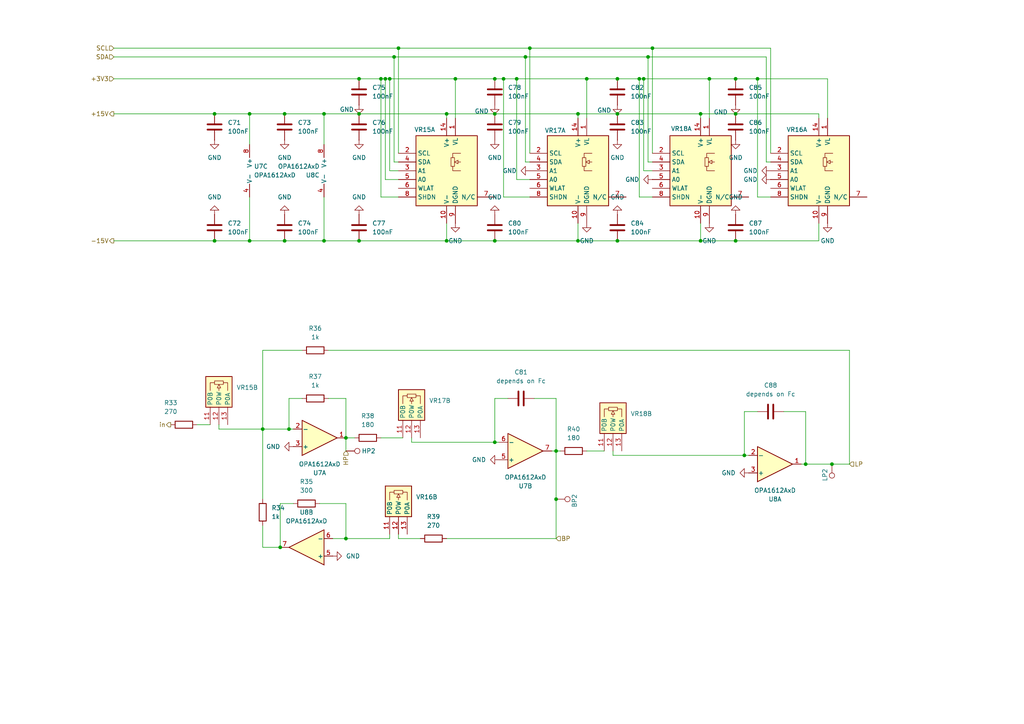
<source format=kicad_sch>
(kicad_sch (version 20250114) (generator "eeschema") (generator_version "9.0")
  (paper "A4")
  (junction (at 149.86 22.86))
  (junction (at 104.14 33.02))
  (junction (at 219.71 22.86))
  (junction (at 110.49 22.86))
  (junction (at 72.39 69.85))
  (junction (at 203.2 69.85))
  (junction (at 189.23 13.97))
  (junction (at 72.39 33.02))
  (junction (at 179.07 22.86))
  (junction (at 76.2 124.46))
  (junction (at 83.82 124.46))
  (junction (at 233.68 134.62))
  (junction (at 161.29 130.81))
  (junction (at 143.51 22.86))
  (junction (at 82.55 69.85))
  (junction (at 186.69 22.86))
  (junction (at 100.33 127))
  (junction (at 161.29 144.78))
  (junction (at 143.51 69.85))
  (junction (at 62.23 33.02))
  (junction (at 82.55 33.02))
  (junction (at 143.51 128.27))
  (junction (at 213.36 22.86))
  (junction (at 111.76 22.86))
  (junction (at 132.08 22.86))
  (junction (at 179.07 33.02))
  (junction (at 62.23 69.85))
  (junction (at 153.67 13.97))
  (junction (at 146.05 22.86))
  (junction (at 170.18 22.86))
  (junction (at 104.14 22.86))
  (junction (at 113.03 22.86))
  (junction (at 213.36 33.02))
  (junction (at 167.64 69.85))
  (junction (at 81.28 158.75))
  (junction (at 115.57 13.97))
  (junction (at 179.07 69.85))
  (junction (at 100.33 156.21))
  (junction (at 241.3 134.62))
  (junction (at 93.98 33.02))
  (junction (at 167.64 33.02))
  (junction (at 129.54 33.02))
  (junction (at 215.9 132.08))
  (junction (at 143.51 33.02))
  (junction (at 104.14 69.85))
  (junction (at 93.98 69.85))
  (junction (at 187.96 16.51))
  (junction (at 152.4 16.51))
  (junction (at 213.36 69.85))
  (junction (at 205.74 22.86))
  (junction (at 129.54 69.85))
  (junction (at 185.42 22.86))
  (junction (at 203.2 33.02))
  (junction (at 114.3 16.51))
  (wire (pts (xy 240.03 22.86) (xy 240.03 34.29)))
  (wire (pts (xy 143.51 22.86) (xy 146.05 22.86)))
  (wire (pts (xy 76.2 124.46) (xy 76.2 144.78)))
  (wire (pts (xy 72.39 33.02) (xy 72.39 41.91)))
  (wire (pts (xy 72.39 57.15) (xy 72.39 69.85)))
  (wire (pts (xy 81.28 146.05) (xy 85.09 146.05)))
  (wire (pts (xy 153.67 52.07) (xy 149.86 52.07)))
  (wire (pts (xy 177.8 132.08) (xy 215.9 132.08)))
  (wire (pts (xy 113.03 49.53) (xy 113.03 22.86)))
  (wire (pts (xy 129.54 33.02) (xy 104.14 33.02)))
  (wire (pts (xy 233.68 134.62) (xy 233.68 119.38)))
  (wire (pts (xy 143.51 33.02) (xy 129.54 33.02)))
  (wire (pts (xy 104.14 69.85) (xy 129.54 69.85)))
  (wire (pts (xy 110.49 57.15) (xy 110.49 22.86)))
  (wire (pts (xy 219.71 22.86) (xy 240.03 22.86)))
  (wire (pts (xy 189.23 49.53) (xy 186.69 49.53)))
  (wire (pts (xy 100.33 127) (xy 100.33 130.81)))
  (wire (pts (xy 189.23 46.99) (xy 187.96 46.99)))
  (wire (pts (xy 93.98 69.85) (xy 104.14 69.85)))
  (wire (pts (xy 219.71 119.38) (xy 215.9 119.38)))
  (wire (pts (xy 113.03 156.21) (xy 100.33 156.21)))
  (wire (pts (xy 146.05 22.86) (xy 149.86 22.86)))
  (wire (pts (xy 187.96 46.99) (xy 187.96 16.51)))
  (wire (pts (xy 100.33 115.57) (xy 95.25 115.57)))
  (wire (pts (xy 33.02 22.86) (xy 104.14 22.86)))
  (wire (pts (xy 205.74 22.86) (xy 205.74 34.29)))
  (wire (pts (xy 110.49 22.86) (xy 111.76 22.86)))
  (wire (pts (xy 57.15 123.19) (xy 60.96 123.19)))
  (wire (pts (xy 179.07 33.02) (xy 203.2 33.02)))
  (wire (pts (xy 33.02 33.02) (xy 62.23 33.02)))
  (wire (pts (xy 153.67 13.97) (xy 115.57 13.97)))
  (wire (pts (xy 100.33 127) (xy 102.87 127)))
  (wire (pts (xy 186.69 22.86) (xy 205.74 22.86)))
  (wire (pts (xy 115.57 13.97) (xy 33.02 13.97)))
  (wire (pts (xy 129.54 64.77) (xy 129.54 69.85)))
  (wire (pts (xy 87.63 101.6) (xy 76.2 101.6)))
  (wire (pts (xy 149.86 22.86) (xy 170.18 22.86)))
  (wire (pts (xy 92.71 146.05) (xy 100.33 146.05)))
  (wire (pts (xy 167.64 34.29) (xy 167.64 33.02)))
  (wire (pts (xy 76.2 152.4) (xy 76.2 158.75)))
  (wire (pts (xy 82.55 33.02) (xy 93.98 33.02)))
  (wire (pts (xy 76.2 158.75) (xy 81.28 158.75)))
  (wire (pts (xy 115.57 49.53) (xy 113.03 49.53)))
  (wire (pts (xy 237.49 64.77) (xy 237.49 69.85)))
  (wire (pts (xy 179.07 22.86) (xy 185.42 22.86)))
  (wire (pts (xy 161.29 130.81) (xy 161.29 115.57)))
  (wire (pts (xy 100.33 127) (xy 100.33 115.57)))
  (wire (pts (xy 205.74 22.86) (xy 213.36 22.86)))
  (wire (pts (xy 203.2 69.85) (xy 213.36 69.85)))
  (wire (pts (xy 111.76 22.86) (xy 113.03 22.86)))
  (wire (pts (xy 215.9 119.38) (xy 215.9 132.08)))
  (wire (pts (xy 185.42 57.15) (xy 185.42 22.86)))
  (wire (pts (xy 167.64 64.77) (xy 167.64 69.85)))
  (wire (pts (xy 241.3 134.62) (xy 246.38 134.62)))
  (wire (pts (xy 185.42 22.86) (xy 186.69 22.86)))
  (wire (pts (xy 152.4 16.51) (xy 114.3 16.51)))
  (wire (pts (xy 129.54 69.85) (xy 143.51 69.85)))
  (wire (pts (xy 81.28 158.75) (xy 81.28 146.05)))
  (wire (pts (xy 246.38 134.62) (xy 246.38 101.6)))
  (wire (pts (xy 223.52 13.97) (xy 189.23 13.97)))
  (wire (pts (xy 170.18 130.81) (xy 175.26 130.81)))
  (wire (pts (xy 83.82 124.46) (xy 76.2 124.46)))
  (wire (pts (xy 119.38 128.27) (xy 143.51 128.27)))
  (wire (pts (xy 132.08 22.86) (xy 143.51 22.86)))
  (wire (pts (xy 115.57 46.99) (xy 114.3 46.99)))
  (wire (pts (xy 104.14 33.02) (xy 93.98 33.02)))
  (wire (pts (xy 153.67 44.45) (xy 153.67 13.97)))
  (wire (pts (xy 83.82 115.57) (xy 83.82 124.46)))
  (wire (pts (xy 87.63 115.57) (xy 83.82 115.57)))
  (wire (pts (xy 132.08 22.86) (xy 132.08 34.29)))
  (wire (pts (xy 114.3 16.51) (xy 33.02 16.51)))
  (wire (pts (xy 237.49 34.29) (xy 237.49 33.02)))
  (wire (pts (xy 223.52 46.99) (xy 222.25 46.99)))
  (wire (pts (xy 100.33 146.05) (xy 100.33 156.21)))
  (wire (pts (xy 149.86 22.86) (xy 149.86 52.07)))
  (wire (pts (xy 115.57 57.15) (xy 110.49 57.15)))
  (wire (pts (xy 187.96 16.51) (xy 152.4 16.51)))
  (wire (pts (xy 170.18 22.86) (xy 179.07 22.86)))
  (wire (pts (xy 115.57 154.94) (xy 115.57 156.21)))
  (wire (pts (xy 233.68 119.38) (xy 227.33 119.38)))
  (wire (pts (xy 143.51 69.85) (xy 167.64 69.85)))
  (wire (pts (xy 189.23 13.97) (xy 153.67 13.97)))
  (wire (pts (xy 215.9 132.08) (xy 217.17 132.08)))
  (wire (pts (xy 161.29 144.78) (xy 161.29 156.21)))
  (wire (pts (xy 161.29 115.57) (xy 154.94 115.57)))
  (wire (pts (xy 115.57 44.45) (xy 115.57 13.97)))
  (wire (pts (xy 63.5 124.46) (xy 63.5 123.19)))
  (wire (pts (xy 82.55 69.85) (xy 93.98 69.85)))
  (wire (pts (xy 161.29 130.81) (xy 162.56 130.81)))
  (wire (pts (xy 189.23 44.45) (xy 189.23 13.97)))
  (wire (pts (xy 129.54 156.21) (xy 161.29 156.21)))
  (wire (pts (xy 189.23 57.15) (xy 185.42 57.15)))
  (wire (pts (xy 62.23 69.85) (xy 33.02 69.85)))
  (wire (pts (xy 152.4 46.99) (xy 152.4 16.51)))
  (wire (pts (xy 213.36 33.02) (xy 237.49 33.02)))
  (wire (pts (xy 115.57 52.07) (xy 111.76 52.07)))
  (wire (pts (xy 147.32 115.57) (xy 143.51 115.57)))
  (wire (pts (xy 219.71 57.15) (xy 219.71 22.86)))
  (wire (pts (xy 143.51 115.57) (xy 143.51 128.27)))
  (wire (pts (xy 104.14 22.86) (xy 110.49 22.86)))
  (wire (pts (xy 223.52 44.45) (xy 223.52 13.97)))
  (wire (pts (xy 119.38 127) (xy 119.38 128.27)))
  (wire (pts (xy 161.29 130.81) (xy 161.29 144.78)))
  (wire (pts (xy 167.64 69.85) (xy 179.07 69.85)))
  (wire (pts (xy 93.98 33.02) (xy 93.98 41.91)))
  (wire (pts (xy 233.68 134.62) (xy 241.3 134.62)))
  (wire (pts (xy 153.67 57.15) (xy 146.05 57.15)))
  (wire (pts (xy 167.64 33.02) (xy 179.07 33.02)))
  (wire (pts (xy 110.49 127) (xy 116.84 127)))
  (wire (pts (xy 95.25 101.6) (xy 246.38 101.6)))
  (wire (pts (xy 213.36 22.86) (xy 219.71 22.86)))
  (wire (pts (xy 76.2 101.6) (xy 76.2 124.46)))
  (wire (pts (xy 113.03 154.94) (xy 113.03 156.21)))
  (wire (pts (xy 114.3 46.99) (xy 114.3 16.51)))
  (wire (pts (xy 129.54 33.02) (xy 129.54 34.29)))
  (wire (pts (xy 113.03 22.86) (xy 132.08 22.86)))
  (wire (pts (xy 72.39 69.85) (xy 62.23 69.85)))
  (wire (pts (xy 223.52 57.15) (xy 219.71 57.15)))
  (wire (pts (xy 160.02 130.81) (xy 161.29 130.81)))
  (wire (pts (xy 72.39 33.02) (xy 82.55 33.02)))
  (wire (pts (xy 203.2 33.02) (xy 203.2 34.29)))
  (wire (pts (xy 100.33 156.21) (xy 96.52 156.21)))
  (wire (pts (xy 72.39 69.85) (xy 82.55 69.85)))
  (wire (pts (xy 85.09 124.46) (xy 83.82 124.46)))
  (wire (pts (xy 222.25 16.51) (xy 187.96 16.51)))
  (wire (pts (xy 203.2 64.77) (xy 203.2 69.85)))
  (wire (pts (xy 115.57 156.21) (xy 121.92 156.21)))
  (wire (pts (xy 213.36 69.85) (xy 237.49 69.85)))
  (wire (pts (xy 62.23 33.02) (xy 72.39 33.02)))
  (wire (pts (xy 203.2 33.02) (xy 213.36 33.02)))
  (wire (pts (xy 63.5 124.46) (xy 76.2 124.46)))
  (wire (pts (xy 186.69 49.53) (xy 186.69 22.86)))
  (wire (pts (xy 93.98 57.15) (xy 93.98 69.85)))
  (wire (pts (xy 222.25 46.99) (xy 222.25 16.51)))
  (wire (pts (xy 153.67 46.99) (xy 152.4 46.99)))
  (wire (pts (xy 179.07 69.85) (xy 203.2 69.85)))
  (wire (pts (xy 232.41 134.62) (xy 233.68 134.62)))
  (wire (pts (xy 146.05 57.15) (xy 146.05 22.86)))
  (wire (pts (xy 111.76 52.07) (xy 111.76 22.86)))
  (wire (pts (xy 177.8 130.81) (xy 177.8 132.08)))
  (wire (pts (xy 143.51 33.02) (xy 167.64 33.02)))
  (wire (pts (xy 143.51 128.27) (xy 144.78 128.27)))
  (wire (pts (xy 170.18 22.86) (xy 170.18 34.29)))
  (hierarchical_label "SDA" (shape input) (at 33.02 16.51 180))
  (hierarchical_label "SCL" (shape input) (at 33.02 13.97 180))
  (hierarchical_label "in" (shape output) (at 49.53 123.19 180))
  (hierarchical_label "LP" (shape input) (at 246.38 134.62 0))
  (hierarchical_label "+15V" (shape output) (at 33.02 33.02 180))
  (hierarchical_label "HP" (shape input) (at 100.33 130.81 270))
  (hierarchical_label "-15V" (shape output) (at 33.02 69.85 180))
  (hierarchical_label "BP" (shape input) (at 161.29 156.21 0))
  (hierarchical_label "+3V3" (shape input) (at 33.02 22.86 180))
  (symbol (lib_id "power:GND") (at 153.67 49.53 270) (unit 1)
    (property "Reference" "#PWR0100" (effects (hide yes)))
    (property "Value" "GND" (at 149.86 49.5299 90) (effects (justify right)))
    (property "Description" "Power symbol creates a global label with name \"GND\" , ground" (effects (hide yes)))
    (instances (project "" (path "" (reference "#PWR0128") (unit 1)) (path "" (reference "#PWR0156") (unit 1)) (path "" (reference "#PWR0100") (unit 1)) (path "" (reference "#PWR0193") (unit 1)) (path "" (reference "#PWR0253") (unit 1)) (path "" (reference "#PWR0281") (unit 1)) (path "" (reference "#PWR0225") (unit 1)) (path "" (reference "#PWR0309") (unit 1))))
  )
  (symbol (lib_id "power:GND") (at 143.51 40.64 0) (unit 1)
    (property "Reference" "#PWR097" (effects (hide yes)))
    (property "Value" "GND" (at 143.51 45.72 0))
    (property "Description" "Power symbol creates a global label with name \"GND\" , ground" (effects (hide yes)))
    (instances (project "KICAD PEQ" (path "" (reference "#PWR0125") (unit 1)) (path "" (reference "#PWR0153") (unit 1)) (path "" (reference "#PWR097") (unit 1)) (path "" (reference "#PWR0190") (unit 1)) (path "" (reference "#PWR0250") (unit 1)) (path "" (reference "#PWR0278") (unit 1)) (path "" (reference "#PWR0222") (unit 1)) (path "" (reference "#PWR0306") (unit 1))))
  )
  (symbol (lib_id "power:GND") (at 143.51 62.23 180) (unit 1)
    (property "Reference" "#PWR098" (effects (hide yes)))
    (property "Value" "GND" (at 143.51 57.15 0))
    (property "Description" "Power symbol creates a global label with name \"GND\" , ground" (effects (hide yes)))
    (instances (project "KICAD PEQ" (path "" (reference "#PWR0126") (unit 1)) (path "" (reference "#PWR0154") (unit 1)) (path "" (reference "#PWR098") (unit 1)) (path "" (reference "#PWR0191") (unit 1)) (path "" (reference "#PWR0251") (unit 1)) (path "" (reference "#PWR0279") (unit 1)) (path "" (reference "#PWR0223") (unit 1)) (path "" (reference "#PWR0307") (unit 1))))
  )
  (symbol (lib_id "Amplifier_Operational:OPA1612AxD") (at 92.71 127 0) (mirror x) (unit 1)
    (property "Reference" "U5" (at 92.71 137.16 0))
    (property "Value" "OPA1612AxD" (at 92.71 134.62 0))
    (property "Footprint" "Package_SO:SOIC-8_5.3x6.2mm_P1.27mm" (effects (hide yes)))
    (property "Datasheet" "http://www.ti.com/lit/ds/symlink/opa1612.pdf" (effects (hide yes)))
    (property "Description" "Dual SoundPlus High Performance, Bipolar-Input Audio Operational Amplifiers, SOIC-8" (effects (hide yes)))
    (instances (project "" (path "" (reference "U7") (unit 1)) (path "" (reference "U9") (unit 1)) (path "" (reference "U5") (unit 1)) (path "" (reference "U14") (unit 1)) (path "" (reference "U19") (unit 1)) (path "" (reference "U21") (unit 1)) (path "" (reference "U17") (unit 1)) (path "" (reference "U23") (unit 1))))
  )
  (symbol (lib_id "power:GND") (at 104.14 40.64 0) (unit 1)
    (property "Reference" "#PWR093" (effects (hide yes)))
    (property "Value" "GND" (at 104.14 45.72 0))
    (property "Description" "Power symbol creates a global label with name \"GND\" , ground" (effects (hide yes)))
    (instances (project "KICAD PEQ" (path "" (reference "#PWR0121") (unit 1)) (path "" (reference "#PWR0149") (unit 1)) (path "" (reference "#PWR093") (unit 1)) (path "" (reference "#PWR0186") (unit 1)) (path "" (reference "#PWR0246") (unit 1)) (path "" (reference "#PWR0274") (unit 1)) (path "" (reference "#PWR0218") (unit 1)) (path "" (reference "#PWR0302") (unit 1))))
  )
  (symbol (lib_id "Connector:TestPoint") (at 161.29 144.78 270) (unit 1)
    (property "Reference" "BP1" (at 166.624 143.256 0) (effects (justify left)))
    (property "Value" "TestPoint" (effects (hide yes)))
    (property "Footprint" "TestPoint:TestPoint_Pad_1.0x1.0mm" (effects (hide yes)))
    (property "Description" "test point" (effects (hide yes)))
    (instances (project "KICAD PEQ" (path "" (reference "BP2") (unit 1)) (path "" (reference "BP3") (unit 1)) (path "" (reference "BP1") (unit 1)) (path "" (reference "BP4") (unit 1)) (path "" (reference "BP6") (unit 1)) (path "" (reference "BP7") (unit 1)) (path "" (reference "BP5") (unit 1)) (path "" (reference "BP8") (unit 1))))
  )
  (symbol (lib_id "power:GND") (at 213.36 62.23 180) (unit 1)
    (property "Reference" "#PWR0109" (effects (hide yes)))
    (property "Value" "GND" (at 213.36 57.15 0))
    (property "Description" "Power symbol creates a global label with name \"GND\" , ground" (effects (hide yes)))
    (instances (project "KICAD PEQ" (path "" (reference "#PWR0137") (unit 1)) (path "" (reference "#PWR0165") (unit 1)) (path "" (reference "#PWR0109") (unit 1)) (path "" (reference "#PWR0202") (unit 1)) (path "" (reference "#PWR0262") (unit 1)) (path "" (reference "#PWR0290") (unit 1)) (path "" (reference "#PWR0234") (unit 1)) (path "" (reference "#PWR0318") (unit 1))))
  )
  (symbol (lib_id "power:GND") (at 62.23 62.23 180) (unit 1)
    (property "Reference" "#PWR087" (effects (hide yes)))
    (property "Value" "GND" (at 62.23 57.15 0))
    (property "Description" "Power symbol creates a global label with name \"GND\" , ground" (effects (hide yes)))
    (instances (project "KICAD PEQ" (path "" (reference "#PWR0115") (unit 1)) (path "" (reference "#PWR0143") (unit 1)) (path "" (reference "#PWR087") (unit 1)) (path "" (reference "#PWR0180") (unit 1)) (path "" (reference "#PWR0240") (unit 1)) (path "" (reference "#PWR0268") (unit 1)) (path "" (reference "#PWR0212") (unit 1)) (path "" (reference "#PWR0296") (unit 1))))
  )
  (symbol (lib_id "Device:C") (at 213.36 66.04 0) (unit 1)
    (property "Reference" "C69" (at 217.17 64.7699 0) (effects (justify left)))
    (property "Value" "100nF" (at 217.17 67.3099 0) (effects (justify left)))
    (property "Footprint" "Capacitor_SMD:C_0805_2012Metric" (effects (hide yes)))
    (property "Description" "Unpolarized capacitor" (effects (hide yes)))
    (instances (project "KICAD PEQ" (path "" (reference "C87") (unit 1)) (path "" (reference "C105") (unit 1)) (path "" (reference "C69") (unit 1)) (path "" (reference "C126") (unit 1)) (path "" (reference "C166") (unit 1)) (path "" (reference "C184") (unit 1)) (path "" (reference "C148") (unit 1)) (path "" (reference "C202") (unit 1))))
  )
  (symbol (lib_id "Device:C") (at 143.51 66.04 0) (unit 1)
    (property "Reference" "C62" (at 147.32 64.7699 0) (effects (justify left)))
    (property "Value" "100nF" (at 147.32 67.3099 0) (effects (justify left)))
    (property "Footprint" "Capacitor_SMD:C_0805_2012Metric" (effects (hide yes)))
    (property "Description" "Unpolarized capacitor" (effects (hide yes)))
    (instances (project "KICAD PEQ" (path "" (reference "C80") (unit 1)) (path "" (reference "C98") (unit 1)) (path "" (reference "C62") (unit 1)) (path "" (reference "C119") (unit 1)) (path "" (reference "C159") (unit 1)) (path "" (reference "C177") (unit 1)) (path "" (reference "C141") (unit 1)) (path "" (reference "C195") (unit 1))))
  )
  (symbol (lib_id "power:GND") (at 205.74 64.77 0) (unit 1)
    (property "Reference" "#PWR0106" (effects (hide yes)))
    (property "Value" "GND" (at 205.74 69.85 0))
    (property "Description" "Power symbol creates a global label with name \"GND\" , ground" (effects (hide yes)))
    (instances (project "" (path "" (reference "#PWR0134") (unit 1)) (path "" (reference "#PWR0162") (unit 1)) (path "" (reference "#PWR0106") (unit 1)) (path "" (reference "#PWR0199") (unit 1)) (path "" (reference "#PWR0259") (unit 1)) (path "" (reference "#PWR0287") (unit 1)) (path "" (reference "#PWR0231") (unit 1)) (path "" (reference "#PWR0315") (unit 1))))
  )
  (symbol (lib_id "Device:C") (at 213.36 26.67 0) (unit 1)
    (property "Reference" "C67" (at 217.17 25.3999 0) (effects (justify left)))
    (property "Value" "100nF" (at 217.17 27.9399 0) (effects (justify left)))
    (property "Footprint" "Capacitor_SMD:C_0805_2012Metric" (effects (hide yes)))
    (property "Description" "Unpolarized capacitor" (effects (hide yes)))
    (instances (project "KICAD PEQ" (path "" (reference "C85") (unit 1)) (path "" (reference "C103") (unit 1)) (path "" (reference "C67") (unit 1)) (path "" (reference "C124") (unit 1)) (path "" (reference "C164") (unit 1)) (path "" (reference "C182") (unit 1)) (path "" (reference "C146") (unit 1)) (path "" (reference "C200") (unit 1))))
  )
  (symbol (lib_id "power:GND") (at 213.36 40.64 0) (unit 1)
    (property "Reference" "#PWR0108" (effects (hide yes)))
    (property "Value" "GND" (at 213.36 45.72 0))
    (property "Description" "Power symbol creates a global label with name \"GND\" , ground" (effects (hide yes)))
    (instances (project "KICAD PEQ" (path "" (reference "#PWR0136") (unit 1)) (path "" (reference "#PWR0164") (unit 1)) (path "" (reference "#PWR0108") (unit 1)) (path "" (reference "#PWR0201") (unit 1)) (path "" (reference "#PWR0261") (unit 1)) (path "" (reference "#PWR0289") (unit 1)) (path "" (reference "#PWR0233") (unit 1)) (path "" (reference "#PWR0317") (unit 1))))
  )
  (symbol (lib_id "MCP41HV51-103E_ST:MCP41HV51-103E_ST") (at 120.65 127 270) (unit 2)
    (property "Reference" "VR12" (at 120.65 144.1449 90) (effects (justify left)))
    (property "Value" "MCP45HV51-502E/ST" (effects (hide yes)))
    (property "Footprint" "components:SOP65P640X120-14N" (effects (hide yes)))
    (property "Datasheet" "https://componentsearchengine.com/Datasheets/2/MCP41HV51-103E_ST.pdf" (effects (hide yes)))
    (property "Description" "MCP41HV51-103E/ST, Digital Potentiometer 10k 256-Position Serial-SPI 14-Pin TSSOP" (effects (hide yes)))
    (property "Height" "1.2" (effects (hide yes)))
    (property "Mouser Part Number" "579-MCP41HV51-103EST" (effects (hide yes)))
    (property "Mouser Price/Stock" "https://www.mouser.co.uk/ProductDetail/Microchip-Technology/MCP41HV51-103E-ST?qs=zOnbk8%2FsRx46P8R1xF6YQA%3D%3D" (effects (hide yes)))
    (property "Manufacturer_Name" "Microchip" (effects (hide yes)))
    (property "Manufacturer_Part_Number" "MCP41HV51-103E/ST" (effects (hide yes)))
    (instances (project "" (path "" (reference "VR16") (unit 2)) (path "" (reference "VR20") (unit 2)) (path "" (reference "VR12") (unit 2)) (path "" (reference "VR24") (unit 2)) (path "" (reference "VR32") (unit 2)) (path "" (reference "VR36") (unit 2)) (path "" (reference "VR28") (unit 2)) (path "" (reference "VR40") (unit 2))))
  )
  (symbol (lib_id "Device:C") (at 223.52 119.38 90) (unit 1)
    (property "Reference" "C70" (at 223.52 111.76 90))
    (property "Value" "depends on Fc" (at 223.52 114.3 90))
    (property "Footprint" "Capacitor_SMD:C_0805_2012Metric" (effects (hide yes)))
    (property "Description" "Unpolarized capacitor" (effects (hide yes)))
    (instances (project "" (path "" (reference "C88") (unit 1)) (path "" (reference "C106") (unit 1)) (path "" (reference "C70") (unit 1)) (path "" (reference "C127") (unit 1)) (path "" (reference "C167") (unit 1)) (path "" (reference "C185") (unit 1)) (path "" (reference "C149") (unit 1)) (path "" (reference "C203") (unit 1))))
  )
  (symbol (lib_id "Device:C") (at 143.51 26.67 0) (unit 1)
    (property "Reference" "C60" (at 147.32 25.3999 0) (effects (justify left)))
    (property "Value" "100nF" (at 147.32 27.9399 0) (effects (justify left)))
    (property "Footprint" "Capacitor_SMD:C_0805_2012Metric" (effects (hide yes)))
    (property "Description" "Unpolarized capacitor" (effects (hide yes)))
    (instances (project "KICAD PEQ" (path "" (reference "C78") (unit 1)) (path "" (reference "C96") (unit 1)) (path "" (reference "C60") (unit 1)) (path "" (reference "C117") (unit 1)) (path "" (reference "C157") (unit 1)) (path "" (reference "C175") (unit 1)) (path "" (reference "C139") (unit 1)) (path "" (reference "C193") (unit 1))))
  )
  (symbol (lib_id "Device:C") (at 82.55 36.83 0) (unit 1)
    (property "Reference" "C55" (at 86.36 35.5599 0) (effects (justify left)))
    (property "Value" "100nF" (at 86.36 38.0999 0) (effects (justify left)))
    (property "Footprint" "Capacitor_SMD:C_0805_2012Metric" (effects (hide yes)))
    (property "Description" "Unpolarized capacitor" (effects (hide yes)))
    (instances (project "KICAD PEQ" (path "" (reference "C73") (unit 1)) (path "" (reference "C91") (unit 1)) (path "" (reference "C55") (unit 1)) (path "" (reference "C112") (unit 1)) (path "" (reference "C152") (unit 1)) (path "" (reference "C170") (unit 1)) (path "" (reference "C134") (unit 1)) (path "" (reference "C188") (unit 1))))
  )
  (symbol (lib_id "Device:C") (at 62.23 66.04 0) (unit 1)
    (property "Reference" "C54" (at 66.04 64.7699 0) (effects (justify left)))
    (property "Value" "100nF" (at 66.04 67.3099 0) (effects (justify left)))
    (property "Footprint" "Capacitor_SMD:C_0805_2012Metric" (effects (hide yes)))
    (property "Description" "Unpolarized capacitor" (effects (hide yes)))
    (instances (project "KICAD PEQ" (path "" (reference "C72") (unit 1)) (path "" (reference "C90") (unit 1)) (path "" (reference "C54") (unit 1)) (path "" (reference "C111") (unit 1)) (path "" (reference "C151") (unit 1)) (path "" (reference "C169") (unit 1)) (path "" (reference "C133") (unit 1)) (path "" (reference "C187") (unit 1))))
  )
  (symbol (lib_id "MCP41HV51-103E_ST:MCP41HV51-103E_ST") (at 68.58 95.25 270) (unit 2)
    (property "Reference" "VR11" (at 68.58 112.3949 90) (effects (justify left)))
    (property "Value" "MCP45HV51-502E/ST" (effects (hide yes)))
    (property "Footprint" "components:SOP65P640X120-14N" (effects (hide yes)))
    (property "Datasheet" "https://componentsearchengine.com/Datasheets/2/MCP41HV51-103E_ST.pdf" (effects (hide yes)))
    (property "Description" "MCP41HV51-103E/ST, Digital Potentiometer 10k 256-Position Serial-SPI 14-Pin TSSOP" (effects (hide yes)))
    (property "Height" "1.2" (effects (hide yes)))
    (property "Mouser Part Number" "579-MCP41HV51-103EST" (effects (hide yes)))
    (property "Mouser Price/Stock" "https://www.mouser.co.uk/ProductDetail/Microchip-Technology/MCP41HV51-103E-ST?qs=zOnbk8%2FsRx46P8R1xF6YQA%3D%3D" (effects (hide yes)))
    (property "Manufacturer_Name" "Microchip" (effects (hide yes)))
    (property "Manufacturer_Part_Number" "MCP41HV51-103E/ST" (effects (hide yes)))
    (instances (project "" (path "" (reference "VR15") (unit 2)) (path "" (reference "VR19") (unit 2)) (path "" (reference "VR11") (unit 2)) (path "" (reference "VR23") (unit 2)) (path "" (reference "VR31") (unit 2)) (path "" (reference "VR35") (unit 2)) (path "" (reference "VR27") (unit 2)) (path "" (reference "VR39") (unit 2))))
  )
  (symbol (lib_id "power:GND") (at 82.55 40.64 0) (unit 1)
    (property "Reference" "#PWR088" (effects (hide yes)))
    (property "Value" "GND" (at 82.55 45.72 0))
    (property "Description" "Power symbol creates a global label with name \"GND\" , ground" (effects (hide yes)))
    (instances (project "KICAD PEQ" (path "" (reference "#PWR0116") (unit 1)) (path "" (reference "#PWR0144") (unit 1)) (path "" (reference "#PWR088") (unit 1)) (path "" (reference "#PWR0181") (unit 1)) (path "" (reference "#PWR0241") (unit 1)) (path "" (reference "#PWR0269") (unit 1)) (path "" (reference "#PWR0213") (unit 1)) (path "" (reference "#PWR0297") (unit 1))))
  )
  (symbol (lib_id "power:GND") (at 85.09 129.54 270) (unit 1)
    (property "Reference" "#PWR090" (effects (hide yes)))
    (property "Value" "GND" (at 81.28 129.5399 90) (effects (justify right)))
    (property "Description" "Power symbol creates a global label with name \"GND\" , ground" (effects (hide yes)))
    (instances (project "" (path "" (reference "#PWR0118") (unit 1)) (path "" (reference "#PWR0146") (unit 1)) (path "" (reference "#PWR090") (unit 1)) (path "" (reference "#PWR0183") (unit 1)) (path "" (reference "#PWR0243") (unit 1)) (path "" (reference "#PWR0271") (unit 1)) (path "" (reference "#PWR0215") (unit 1)) (path "" (reference "#PWR0299") (unit 1))))
  )
  (symbol (lib_id "Device:C") (at 151.13 115.57 90) (unit 1)
    (property "Reference" "C63" (at 151.13 107.95 90))
    (property "Value" "depends on Fc" (at 151.13 110.49 90))
    (property "Footprint" "Capacitor_SMD:C_0805_2012Metric" (effects (hide yes)))
    (property "Description" "Unpolarized capacitor" (effects (hide yes)))
    (instances (project "" (path "" (reference "C81") (unit 1)) (path "" (reference "C99") (unit 1)) (path "" (reference "C63") (unit 1)) (path "" (reference "C120") (unit 1)) (path "" (reference "C160") (unit 1)) (path "" (reference "C178") (unit 1)) (path "" (reference "C142") (unit 1)) (path "" (reference "C196") (unit 1))))
  )
  (symbol (lib_id "Amplifier_Operational:OPA1612AxD") (at 224.79 134.62 0) (mirror x) (unit 1)
    (property "Reference" "U6" (at 224.79 144.78 0))
    (property "Value" "OPA1612AxD" (at 224.79 142.24 0))
    (property "Footprint" "Package_SO:SOIC-8_5.3x6.2mm_P1.27mm" (effects (hide yes)))
    (property "Datasheet" "http://www.ti.com/lit/ds/symlink/opa1612.pdf" (effects (hide yes)))
    (property "Description" "Dual SoundPlus High Performance, Bipolar-Input Audio Operational Amplifiers, SOIC-8" (effects (hide yes)))
    (instances (project "" (path "" (reference "U8") (unit 1)) (path "" (reference "U10") (unit 1)) (path "" (reference "U6") (unit 1)) (path "" (reference "U15") (unit 1)) (path "" (reference "U20") (unit 1)) (path "" (reference "U22") (unit 1)) (path "" (reference "U18") (unit 1)) (path "" (reference "U24") (unit 1))))
  )
  (symbol (lib_id "power:GND") (at 179.07 30.48 0) (unit 1)
    (property "Reference" "#PWR0102" (effects (hide yes)))
    (property "Value" "GND" (at 175.26 32.004 0))
    (property "Description" "Power symbol creates a global label with name \"GND\" , ground" (effects (hide yes)))
    (instances (project "KICAD PEQ" (path "" (reference "#PWR0130") (unit 1)) (path "" (reference "#PWR0158") (unit 1)) (path "" (reference "#PWR0102") (unit 1)) (path "" (reference "#PWR0195") (unit 1)) (path "" (reference "#PWR0255") (unit 1)) (path "" (reference "#PWR0283") (unit 1)) (path "" (reference "#PWR0227") (unit 1)) (path "" (reference "#PWR0311") (unit 1))))
  )
  (symbol (lib_id "Device:C") (at 82.55 66.04 0) (unit 1)
    (property "Reference" "C56" (at 86.36 64.7699 0) (effects (justify left)))
    (property "Value" "100nF" (at 86.36 67.3099 0) (effects (justify left)))
    (property "Footprint" "Capacitor_SMD:C_0805_2012Metric" (effects (hide yes)))
    (property "Description" "Unpolarized capacitor" (effects (hide yes)))
    (instances (project "KICAD PEQ" (path "" (reference "C74") (unit 1)) (path "" (reference "C92") (unit 1)) (path "" (reference "C56") (unit 1)) (path "" (reference "C113") (unit 1)) (path "" (reference "C153") (unit 1)) (path "" (reference "C171") (unit 1)) (path "" (reference "C135") (unit 1)) (path "" (reference "C189") (unit 1))))
  )
  (symbol (lib_id "power:GND") (at 96.52 161.29 90) (unit 1)
    (property "Reference" "#PWR091" (effects (hide yes)))
    (property "Value" "GND" (at 100.33 161.2899 90) (effects (justify right)))
    (property "Description" "Power symbol creates a global label with name \"GND\" , ground" (effects (hide yes)))
    (instances (project "" (path "" (reference "#PWR0119") (unit 1)) (path "" (reference "#PWR0147") (unit 1)) (path "" (reference "#PWR091") (unit 1)) (path "" (reference "#PWR0184") (unit 1)) (path "" (reference "#PWR0244") (unit 1)) (path "" (reference "#PWR0272") (unit 1)) (path "" (reference "#PWR0216") (unit 1)) (path "" (reference "#PWR0300") (unit 1))))
  )
  (symbol (lib_id "power:GND") (at 143.51 30.48 0) (unit 1)
    (property "Reference" "#PWR096" (effects (hide yes)))
    (property "Value" "GND" (at 139.7 32.258 0))
    (property "Description" "Power symbol creates a global label with name \"GND\" , ground" (effects (hide yes)))
    (instances (project "KICAD PEQ" (path "" (reference "#PWR0124") (unit 1)) (path "" (reference "#PWR0152") (unit 1)) (path "" (reference "#PWR096") (unit 1)) (path "" (reference "#PWR0189") (unit 1)) (path "" (reference "#PWR0249") (unit 1)) (path "" (reference "#PWR0277") (unit 1)) (path "" (reference "#PWR0221") (unit 1)) (path "" (reference "#PWR0305") (unit 1))))
  )
  (symbol (lib_id "power:GND") (at 189.23 52.07 270) (unit 1)
    (property "Reference" "#PWR0105" (effects (hide yes)))
    (property "Value" "GND" (at 185.42 52.0699 90) (effects (justify right)))
    (property "Description" "Power symbol creates a global label with name \"GND\" , ground" (effects (hide yes)))
    (instances (project "" (path "" (reference "#PWR0133") (unit 1)) (path "" (reference "#PWR0161") (unit 1)) (path "" (reference "#PWR0105") (unit 1)) (path "" (reference "#PWR0198") (unit 1)) (path "" (reference "#PWR0258") (unit 1)) (path "" (reference "#PWR0286") (unit 1)) (path "" (reference "#PWR0230") (unit 1)) (path "" (reference "#PWR0314") (unit 1))))
  )
  (symbol (lib_id "Amplifier_Operational:OPA1612AxD") (at 88.9 158.75 180) (unit 2)
    (property "Reference" "U6" (at 88.9 148.59 0))
    (property "Value" "OPA1612AxD" (at 88.9 151.13 0))
    (property "Footprint" "Package_SO:SOIC-8_5.3x6.2mm_P1.27mm" (effects (hide yes)))
    (property "Datasheet" "http://www.ti.com/lit/ds/symlink/opa1612.pdf" (effects (hide yes)))
    (property "Description" "Dual SoundPlus High Performance, Bipolar-Input Audio Operational Amplifiers, SOIC-8" (effects (hide yes)))
    (instances (project "" (path "" (reference "U8") (unit 2)) (path "" (reference "U10") (unit 2)) (path "" (reference "U6") (unit 2)) (path "" (reference "U15") (unit 2)) (path "" (reference "U20") (unit 2)) (path "" (reference "U22") (unit 2)) (path "" (reference "U18") (unit 2)) (path "" (reference "U24") (unit 2))))
  )
  (symbol (lib_id "MCP41HV51-103E_ST:MCP41HV51-103E_ST") (at 115.57 41.91 0) (unit 1)
    (property "Reference" "VR11" (at 123.19 37.592 0))
    (property "Value" "MCP45HV51-502E/ST" (effects (hide yes)))
    (property "Footprint" "components:SOP65P640X120-14N" (effects (hide yes)))
    (property "Datasheet" "https://componentsearchengine.com/Datasheets/2/MCP41HV51-103E_ST.pdf" (effects (hide yes)))
    (property "Description" "MCP41HV51-103E/ST, Digital Potentiometer 10k 256-Position Serial-SPI 14-Pin TSSOP" (effects (hide yes)))
    (property "Height" "1.2" (effects (hide yes)))
    (property "Mouser Part Number" "579-MCP41HV51-103EST" (effects (hide yes)))
    (property "Mouser Price/Stock" "https://www.mouser.co.uk/ProductDetail/Microchip-Technology/MCP41HV51-103E-ST?qs=zOnbk8%2FsRx46P8R1xF6YQA%3D%3D" (effects (hide yes)))
    (property "Manufacturer_Name" "Microchip" (effects (hide yes)))
    (property "Manufacturer_Part_Number" "MCP41HV51-103E/ST" (effects (hide yes)))
    (instances (project "" (path "" (reference "VR15") (unit 1)) (path "" (reference "VR19") (unit 1)) (path "" (reference "VR11") (unit 1)) (path "" (reference "VR23") (unit 1)) (path "" (reference "VR31") (unit 1)) (path "" (reference "VR35") (unit 1)) (path "" (reference "VR27") (unit 1)) (path "" (reference "VR39") (unit 1))))
  )
  (symbol (lib_id "MCP41HV51-103E_ST:MCP41HV51-103E_ST") (at 189.23 41.91 0) (unit 1)
    (property "Reference" "VR14" (at 197.612 37.338 0))
    (property "Value" "MCP45HV51-502E/ST" (effects (hide yes)))
    (property "Footprint" "components:SOP65P640X120-14N" (effects (hide yes)))
    (property "Datasheet" "https://componentsearchengine.com/Datasheets/2/MCP41HV51-103E_ST.pdf" (effects (hide yes)))
    (property "Description" "MCP41HV51-103E/ST, Digital Potentiometer 10k 256-Position Serial-SPI 14-Pin TSSOP" (effects (hide yes)))
    (property "Height" "1.2" (effects (hide yes)))
    (property "Mouser Part Number" "579-MCP41HV51-103EST" (effects (hide yes)))
    (property "Mouser Price/Stock" "https://www.mouser.co.uk/ProductDetail/Microchip-Technology/MCP41HV51-103E-ST?qs=zOnbk8%2FsRx46P8R1xF6YQA%3D%3D" (effects (hide yes)))
    (property "Manufacturer_Name" "Microchip" (effects (hide yes)))
    (property "Manufacturer_Part_Number" "MCP41HV51-103E/ST" (effects (hide yes)))
    (instances (project "" (path "" (reference "VR18") (unit 1)) (path "" (reference "VR22") (unit 1)) (path "" (reference "VR14") (unit 1)) (path "" (reference "VR26") (unit 1)) (path "" (reference "VR34") (unit 1)) (path "" (reference "VR38") (unit 1)) (path "" (reference "VR30") (unit 1)) (path "" (reference "VR42") (unit 1))))
  )
  (symbol (lib_id "Device:R") (at 106.68 127 90) (unit 1)
    (property "Reference" "R30" (at 106.68 120.65 90))
    (property "Value" "180" (at 106.68 123.19 90))
    (property "Footprint" "Resistor_SMD:R_MiniMELF_MMA-0204" (effects (hide yes)))
    (property "Description" "Resistor" (effects (hide yes)))
    (instances (project "KICAD PEQ" (path "" (reference "R38") (unit 1)) (path "" (reference "R46") (unit 1)) (path "" (reference "R30") (unit 1)) (path "" (reference "R79") (unit 1)) (path "" (reference "R97") (unit 1)) (path "" (reference "R105") (unit 1)) (path "" (reference "R89") (unit 1)) (path "" (reference "R113") (unit 1))))
  )
  (symbol (lib_id "Device:C") (at 62.23 36.83 0) (unit 1)
    (property "Reference" "C53" (at 66.04 35.5599 0) (effects (justify left)))
    (property "Value" "100nF" (at 66.04 38.0999 0) (effects (justify left)))
    (property "Footprint" "Capacitor_SMD:C_0805_2012Metric" (effects (hide yes)))
    (property "Description" "Unpolarized capacitor" (effects (hide yes)))
    (instances (project "KICAD PEQ" (path "" (reference "C71") (unit 1)) (path "" (reference "C89") (unit 1)) (path "" (reference "C53") (unit 1)) (path "" (reference "C110") (unit 1)) (path "" (reference "C150") (unit 1)) (path "" (reference "C168") (unit 1)) (path "" (reference "C132") (unit 1)) (path "" (reference "C186") (unit 1))))
  )
  (symbol (lib_id "MCP41HV51-103E_ST:MCP41HV51-103E_ST") (at 223.52 41.91 0) (unit 1)
    (property "Reference" "VR12" (at 231.14 37.592 0))
    (property "Value" "MCP45HV51-502E/ST" (effects (hide yes)))
    (property "Footprint" "components:SOP65P640X120-14N" (effects (hide yes)))
    (property "Datasheet" "https://componentsearchengine.com/Datasheets/2/MCP41HV51-103E_ST.pdf" (effects (hide yes)))
    (property "Description" "MCP41HV51-103E/ST, Digital Potentiometer 10k 256-Position Serial-SPI 14-Pin TSSOP" (effects (hide yes)))
    (property "Height" "1.2" (effects (hide yes)))
    (property "Mouser Part Number" "579-MCP41HV51-103EST" (effects (hide yes)))
    (property "Mouser Price/Stock" "https://www.mouser.co.uk/ProductDetail/Microchip-Technology/MCP41HV51-103E-ST?qs=zOnbk8%2FsRx46P8R1xF6YQA%3D%3D" (effects (hide yes)))
    (property "Manufacturer_Name" "Microchip" (effects (hide yes)))
    (property "Manufacturer_Part_Number" "MCP41HV51-103E/ST" (effects (hide yes)))
    (instances (project "" (path "" (reference "VR16") (unit 1)) (path "" (reference "VR20") (unit 1)) (path "" (reference "VR12") (unit 1)) (path "" (reference "VR24") (unit 1)) (path "" (reference "VR32") (unit 1)) (path "" (reference "VR36") (unit 1)) (path "" (reference "VR28") (unit 1)) (path "" (reference "VR40") (unit 1))))
  )
  (symbol (lib_id "Device:R") (at 166.37 130.81 90) (unit 1)
    (property "Reference" "R32" (at 166.37 124.46 90))
    (property "Value" "180" (at 166.37 127 90))
    (property "Footprint" "Resistor_SMD:R_MiniMELF_MMA-0204" (effects (hide yes)))
    (property "Description" "Resistor" (effects (hide yes)))
    (instances (project "KICAD PEQ" (path "" (reference "R40") (unit 1)) (path "" (reference "R48") (unit 1)) (path "" (reference "R32") (unit 1)) (path "" (reference "R81") (unit 1)) (path "" (reference "R99") (unit 1)) (path "" (reference "R107") (unit 1)) (path "" (reference "R91") (unit 1)) (path "" (reference "R115") (unit 1))))
  )
  (symbol (lib_id "power:GND") (at 104.14 62.23 180) (unit 1)
    (property "Reference" "#PWR094" (effects (hide yes)))
    (property "Value" "GND" (at 104.14 57.15 0))
    (property "Description" "Power symbol creates a global label with name \"GND\" , ground" (effects (hide yes)))
    (instances (project "KICAD PEQ" (path "" (reference "#PWR0122") (unit 1)) (path "" (reference "#PWR0150") (unit 1)) (path "" (reference "#PWR094") (unit 1)) (path "" (reference "#PWR0187") (unit 1)) (path "" (reference "#PWR0247") (unit 1)) (path "" (reference "#PWR0275") (unit 1)) (path "" (reference "#PWR0219") (unit 1)) (path "" (reference "#PWR0303") (unit 1))))
  )
  (symbol (lib_id "power:GND") (at 213.36 30.48 0) (unit 1)
    (property "Reference" "#PWR0107" (effects (hide yes)))
    (property "Value" "GND" (at 209.042 32.512 0))
    (property "Description" "Power symbol creates a global label with name \"GND\" , ground" (effects (hide yes)))
    (instances (project "KICAD PEQ" (path "" (reference "#PWR0135") (unit 1)) (path "" (reference "#PWR0163") (unit 1)) (path "" (reference "#PWR0107") (unit 1)) (path "" (reference "#PWR0200") (unit 1)) (path "" (reference "#PWR0260") (unit 1)) (path "" (reference "#PWR0288") (unit 1)) (path "" (reference "#PWR0232") (unit 1)) (path "" (reference "#PWR0316") (unit 1))))
  )
  (symbol (lib_id "MCP41HV51-103E_ST:MCP41HV51-103E_ST") (at 182.88 102.87 270) (unit 2)
    (property "Reference" "VR14" (at 182.88 120.0149 90) (effects (justify left)))
    (property "Value" "MCP45HV51-502E/ST" (effects (hide yes)))
    (property "Footprint" "components:SOP65P640X120-14N" (effects (hide yes)))
    (property "Datasheet" "https://componentsearchengine.com/Datasheets/2/MCP41HV51-103E_ST.pdf" (effects (hide yes)))
    (property "Description" "MCP41HV51-103E/ST, Digital Potentiometer 10k 256-Position Serial-SPI 14-Pin TSSOP" (effects (hide yes)))
    (property "Height" "1.2" (effects (hide yes)))
    (property "Mouser Part Number" "579-MCP41HV51-103EST" (effects (hide yes)))
    (property "Mouser Price/Stock" "https://www.mouser.co.uk/ProductDetail/Microchip-Technology/MCP41HV51-103E-ST?qs=zOnbk8%2FsRx46P8R1xF6YQA%3D%3D" (effects (hide yes)))
    (property "Manufacturer_Name" "Microchip" (effects (hide yes)))
    (property "Manufacturer_Part_Number" "MCP41HV51-103E/ST" (effects (hide yes)))
    (instances (project "" (path "" (reference "VR18") (unit 2)) (path "" (reference "VR22") (unit 2)) (path "" (reference "VR14") (unit 2)) (path "" (reference "VR26") (unit 2)) (path "" (reference "VR34") (unit 2)) (path "" (reference "VR38") (unit 2)) (path "" (reference "VR30") (unit 2)) (path "" (reference "VR42") (unit 2))))
  )
  (symbol (lib_id "Device:C") (at 179.07 66.04 0) (unit 1)
    (property "Reference" "C66" (at 182.88 64.7699 0) (effects (justify left)))
    (property "Value" "100nF" (at 182.88 67.3099 0) (effects (justify left)))
    (property "Footprint" "Capacitor_SMD:C_0805_2012Metric" (effects (hide yes)))
    (property "Description" "Unpolarized capacitor" (effects (hide yes)))
    (instances (project "KICAD PEQ" (path "" (reference "C84") (unit 1)) (path "" (reference "C102") (unit 1)) (path "" (reference "C66") (unit 1)) (path "" (reference "C123") (unit 1)) (path "" (reference "C163") (unit 1)) (path "" (reference "C181") (unit 1)) (path "" (reference "C145") (unit 1)) (path "" (reference "C199") (unit 1))))
  )
  (symbol (lib_id "power:GND") (at 223.52 52.07 270) (unit 1)
    (property "Reference" "#PWR0112" (effects (hide yes)))
    (property "Value" "GND" (at 219.71 52.0699 90) (effects (justify right)))
    (property "Description" "Power symbol creates a global label with name \"GND\" , ground" (effects (hide yes)))
    (instances (project "" (path "" (reference "#PWR0140") (unit 1)) (path "" (reference "#PWR0168") (unit 1)) (path "" (reference "#PWR0112") (unit 1)) (path "" (reference "#PWR0205") (unit 1)) (path "" (reference "#PWR0265") (unit 1)) (path "" (reference "#PWR0293") (unit 1)) (path "" (reference "#PWR0237") (unit 1)) (path "" (reference "#PWR0321") (unit 1))))
  )
  (symbol (lib_id "power:GND") (at 144.78 133.35 270) (unit 1)
    (property "Reference" "#PWR099" (effects (hide yes)))
    (property "Value" "GND" (at 140.97 133.3499 90) (effects (justify right)))
    (property "Description" "Power symbol creates a global label with name \"GND\" , ground" (effects (hide yes)))
    (instances (project "" (path "" (reference "#PWR0127") (unit 1)) (path "" (reference "#PWR0155") (unit 1)) (path "" (reference "#PWR099") (unit 1)) (path "" (reference "#PWR0192") (unit 1)) (path "" (reference "#PWR0252") (unit 1)) (path "" (reference "#PWR0280") (unit 1)) (path "" (reference "#PWR0224") (unit 1)) (path "" (reference "#PWR0308") (unit 1))))
  )
  (symbol (lib_id "Device:R") (at 76.2 148.59 180) (unit 1)
    (property "Reference" "R26" (at 78.74 147.3199 0) (effects (justify right)))
    (property "Value" "1k" (at 78.74 149.8599 0) (effects (justify right)))
    (property "Footprint" "Resistor_SMD:R_MiniMELF_MMA-0204" (effects (hide yes)))
    (property "Description" "Resistor" (effects (hide yes)))
    (instances (project "KICAD PEQ" (path "" (reference "R34") (unit 1)) (path "" (reference "R42") (unit 1)) (path "" (reference "R26") (unit 1)) (path "" (reference "R75") (unit 1)) (path "" (reference "R93") (unit 1)) (path "" (reference "R101") (unit 1)) (path "" (reference "R85") (unit 1)) (path "" (reference "R109") (unit 1))))
  )
  (symbol (lib_id "MCP41HV51-103E_ST:MCP41HV51-103E_ST") (at 153.67 41.91 0) (unit 1)
    (property "Reference" "VR13" (at 161.036 37.846 0))
    (property "Value" "MCP45HV51-502E/ST" (effects (hide yes)))
    (property "Footprint" "components:SOP65P640X120-14N" (effects (hide yes)))
    (property "Datasheet" "https://componentsearchengine.com/Datasheets/2/MCP41HV51-103E_ST.pdf" (effects (hide yes)))
    (property "Description" "MCP41HV51-103E/ST, Digital Potentiometer 10k 256-Position Serial-SPI 14-Pin TSSOP" (effects (hide yes)))
    (property "Height" "1.2" (effects (hide yes)))
    (property "Mouser Part Number" "579-MCP41HV51-103EST" (effects (hide yes)))
    (property "Mouser Price/Stock" "https://www.mouser.co.uk/ProductDetail/Microchip-Technology/MCP41HV51-103E-ST?qs=zOnbk8%2FsRx46P8R1xF6YQA%3D%3D" (effects (hide yes)))
    (property "Manufacturer_Name" "Microchip" (effects (hide yes)))
    (property "Manufacturer_Part_Number" "MCP41HV51-103E/ST" (effects (hide yes)))
    (instances (project "" (path "" (reference "VR17") (unit 1)) (path "" (reference "VR21") (unit 1)) (path "" (reference "VR13") (unit 1)) (path "" (reference "VR25") (unit 1)) (path "" (reference "VR33") (unit 1)) (path "" (reference "VR37") (unit 1)) (path "" (reference "VR29") (unit 1)) (path "" (reference "VR41") (unit 1))))
  )
  (symbol (lib_id "Device:C") (at 104.14 36.83 0) (unit 1)
    (property "Reference" "C58" (at 107.95 35.5599 0) (effects (justify left)))
    (property "Value" "100nF" (at 107.95 38.0999 0) (effects (justify left)))
    (property "Footprint" "Capacitor_SMD:C_0805_2012Metric" (effects (hide yes)))
    (property "Description" "Unpolarized capacitor" (effects (hide yes)))
    (instances (project "KICAD PEQ" (path "" (reference "C76") (unit 1)) (path "" (reference "C94") (unit 1)) (path "" (reference "C58") (unit 1)) (path "" (reference "C115") (unit 1)) (path "" (reference "C155") (unit 1)) (path "" (reference "C173") (unit 1)) (path "" (reference "C137") (unit 1)) (path "" (reference "C191") (unit 1))))
  )
  (symbol (lib_id "Device:R") (at 91.44 101.6 90) (unit 1)
    (property "Reference" "R28" (at 91.44 95.25 90))
    (property "Value" "1k" (at 91.44 97.79 90))
    (property "Footprint" "Resistor_SMD:R_MiniMELF_MMA-0204" (effects (hide yes)))
    (property "Description" "Resistor" (effects (hide yes)))
    (instances (project "" (path "" (reference "R36") (unit 1)) (path "" (reference "R44") (unit 1)) (path "" (reference "R28") (unit 1)) (path "" (reference "R77") (unit 1)) (path "" (reference "R95") (unit 1)) (path "" (reference "R103") (unit 1)) (path "" (reference "R87") (unit 1)) (path "" (reference "R111") (unit 1))))
  )
  (symbol (lib_id "Amplifier_Operational:OPA1612AxD") (at 96.52 49.53 0) (unit 3)
    (property "Reference" "U6" (at 92.71 50.8001 0) (effects (justify right)))
    (property "Value" "OPA1612AxD" (at 92.71 48.2601 0) (effects (justify right)))
    (property "Footprint" "Package_SO:SOIC-8_5.3x6.2mm_P1.27mm" (effects (hide yes)))
    (property "Datasheet" "http://www.ti.com/lit/ds/symlink/opa1612.pdf" (effects (hide yes)))
    (property "Description" "Dual SoundPlus High Performance, Bipolar-Input Audio Operational Amplifiers, SOIC-8" (effects (hide yes)))
    (instances (project "" (path "" (reference "U8") (unit 3)) (path "" (reference "U10") (unit 3)) (path "" (reference "U6") (unit 3)) (path "" (reference "U15") (unit 3)) (path "" (reference "U20") (unit 3)) (path "" (reference "U22") (unit 3)) (path "" (reference "U18") (unit 3)) (path "" (reference "U24") (unit 3))))
  )
  (symbol (lib_id "Device:R") (at 125.73 156.21 90) (unit 1)
    (property "Reference" "R31" (at 125.73 149.86 90))
    (property "Value" "270" (at 125.73 152.4 90))
    (property "Footprint" "Resistor_SMD:R_MiniMELF_MMA-0204" (effects (hide yes)))
    (property "Description" "Resistor" (effects (hide yes)))
    (instances (project "KICAD PEQ" (path "" (reference "R39") (unit 1)) (path "" (reference "R47") (unit 1)) (path "" (reference "R31") (unit 1)) (path "" (reference "R80") (unit 1)) (path "" (reference "R98") (unit 1)) (path "" (reference "R106") (unit 1)) (path "" (reference "R90") (unit 1)) (path "" (reference "R114") (unit 1))))
  )
  (symbol (lib_id "power:GND") (at 82.55 62.23 180) (unit 1)
    (property "Reference" "#PWR089" (effects (hide yes)))
    (property "Value" "GND" (at 82.55 57.15 0))
    (property "Description" "Power symbol creates a global label with name \"GND\" , ground" (effects (hide yes)))
    (instances (project "KICAD PEQ" (path "" (reference "#PWR0117") (unit 1)) (path "" (reference "#PWR0145") (unit 1)) (path "" (reference "#PWR089") (unit 1)) (path "" (reference "#PWR0182") (unit 1)) (path "" (reference "#PWR0242") (unit 1)) (path "" (reference "#PWR0270") (unit 1)) (path "" (reference "#PWR0214") (unit 1)) (path "" (reference "#PWR0298") (unit 1))))
  )
  (symbol (lib_id "Device:C") (at 213.36 36.83 0) (unit 1)
    (property "Reference" "C68" (at 217.17 35.5599 0) (effects (justify left)))
    (property "Value" "100nF" (at 217.17 38.0999 0) (effects (justify left)))
    (property "Footprint" "Capacitor_SMD:C_0805_2012Metric" (effects (hide yes)))
    (property "Description" "Unpolarized capacitor" (effects (hide yes)))
    (instances (project "KICAD PEQ" (path "" (reference "C86") (unit 1)) (path "" (reference "C104") (unit 1)) (path "" (reference "C68") (unit 1)) (path "" (reference "C125") (unit 1)) (path "" (reference "C165") (unit 1)) (path "" (reference "C183") (unit 1)) (path "" (reference "C147") (unit 1)) (path "" (reference "C201") (unit 1))))
  )
  (symbol (lib_id "MCP41HV51-103E_ST:MCP41HV51-103E_ST") (at 124.46 99.06 270) (unit 2)
    (property "Reference" "VR13" (at 124.46 116.2049 90) (effects (justify left)))
    (property "Value" "MCP45HV51-502E/ST" (effects (hide yes)))
    (property "Footprint" "components:SOP65P640X120-14N" (effects (hide yes)))
    (property "Datasheet" "https://componentsearchengine.com/Datasheets/2/MCP41HV51-103E_ST.pdf" (effects (hide yes)))
    (property "Description" "MCP41HV51-103E/ST, Digital Potentiometer 10k 256-Position Serial-SPI 14-Pin TSSOP" (effects (hide yes)))
    (property "Height" "1.2" (effects (hide yes)))
    (property "Mouser Part Number" "579-MCP41HV51-103EST" (effects (hide yes)))
    (property "Mouser Price/Stock" "https://www.mouser.co.uk/ProductDetail/Microchip-Technology/MCP41HV51-103E-ST?qs=zOnbk8%2FsRx46P8R1xF6YQA%3D%3D" (effects (hide yes)))
    (property "Manufacturer_Name" "Microchip" (effects (hide yes)))
    (property "Manufacturer_Part_Number" "MCP41HV51-103E/ST" (effects (hide yes)))
    (instances (project "" (path "" (reference "VR17") (unit 2)) (path "" (reference "VR21") (unit 2)) (path "" (reference "VR13") (unit 2)) (path "" (reference "VR25") (unit 2)) (path "" (reference "VR33") (unit 2)) (path "" (reference "VR37") (unit 2)) (path "" (reference "VR29") (unit 2)) (path "" (reference "VR41") (unit 2))))
  )
  (symbol (lib_id "power:GND") (at 170.18 64.77 0) (unit 1)
    (property "Reference" "#PWR0101" (effects (hide yes)))
    (property "Value" "GND" (at 170.18 69.85 0))
    (property "Description" "Power symbol creates a global label with name \"GND\" , ground" (effects (hide yes)))
    (instances (project "" (path "" (reference "#PWR0129") (unit 1)) (path "" (reference "#PWR0157") (unit 1)) (path "" (reference "#PWR0101") (unit 1)) (path "" (reference "#PWR0194") (unit 1)) (path "" (reference "#PWR0254") (unit 1)) (path "" (reference "#PWR0282") (unit 1)) (path "" (reference "#PWR0226") (unit 1)) (path "" (reference "#PWR0310") (unit 1))))
  )
  (symbol (lib_id "Device:C") (at 143.51 36.83 0) (unit 1)
    (property "Reference" "C61" (at 147.32 35.5599 0) (effects (justify left)))
    (property "Value" "100nF" (at 147.32 38.0999 0) (effects (justify left)))
    (property "Footprint" "Capacitor_SMD:C_0805_2012Metric" (effects (hide yes)))
    (property "Description" "Unpolarized capacitor" (effects (hide yes)))
    (instances (project "KICAD PEQ" (path "" (reference "C79") (unit 1)) (path "" (reference "C97") (unit 1)) (path "" (reference "C61") (unit 1)) (path "" (reference "C118") (unit 1)) (path "" (reference "C158") (unit 1)) (path "" (reference "C176") (unit 1)) (path "" (reference "C140") (unit 1)) (path "" (reference "C194") (unit 1))))
  )
  (symbol (lib_id "Connector:TestPoint") (at 100.33 130.81 270) (unit 1)
    (property "Reference" "HP1" (at 104.902 130.81 90) (effects (justify left)))
    (property "Value" "TestPoint" (effects (hide yes)))
    (property "Footprint" "TestPoint:TestPoint_Pad_1.0x1.0mm" (effects (hide yes)))
    (property "Description" "test point" (effects (hide yes)))
    (instances (project "KICAD PEQ" (path "" (reference "HP2") (unit 1)) (path "" (reference "HP3") (unit 1)) (path "" (reference "HP1") (unit 1)) (path "" (reference "HP4") (unit 1)) (path "" (reference "HP6") (unit 1)) (path "" (reference "HP7") (unit 1)) (path "" (reference "HP5") (unit 1)) (path "" (reference "HP8") (unit 1))))
  )
  (symbol (lib_id "Device:C") (at 104.14 66.04 0) (unit 1)
    (property "Reference" "C59" (at 107.95 64.7699 0) (effects (justify left)))
    (property "Value" "100nF" (at 107.95 67.3099 0) (effects (justify left)))
    (property "Footprint" "Capacitor_SMD:C_0805_2012Metric" (effects (hide yes)))
    (property "Description" "Unpolarized capacitor" (effects (hide yes)))
    (instances (project "KICAD PEQ" (path "" (reference "C77") (unit 1)) (path "" (reference "C95") (unit 1)) (path "" (reference "C59") (unit 1)) (path "" (reference "C116") (unit 1)) (path "" (reference "C156") (unit 1)) (path "" (reference "C174") (unit 1)) (path "" (reference "C138") (unit 1)) (path "" (reference "C192") (unit 1))))
  )
  (symbol (lib_id "power:GND") (at 132.08 64.77 0) (unit 1)
    (property "Reference" "#PWR095" (effects (hide yes)))
    (property "Value" "GND" (at 132.08 69.85 0))
    (property "Description" "Power symbol creates a global label with name \"GND\" , ground" (effects (hide yes)))
    (instances (project "" (path "" (reference "#PWR0123") (unit 1)) (path "" (reference "#PWR0151") (unit 1)) (path "" (reference "#PWR095") (unit 1)) (path "" (reference "#PWR0188") (unit 1)) (path "" (reference "#PWR0248") (unit 1)) (path "" (reference "#PWR0276") (unit 1)) (path "" (reference "#PWR0220") (unit 1)) (path "" (reference "#PWR0304") (unit 1))))
  )
  (symbol (lib_id "Connector:TestPoint") (at 241.3 134.62 180) (unit 1)
    (property "Reference" "LP1" (at 239.268 135.89 90) (effects (justify left)))
    (property "Value" "TestPoint" (effects (hide yes)))
    (property "Footprint" "TestPoint:TestPoint_Pad_1.0x1.0mm" (effects (hide yes)))
    (property "Description" "test point" (effects (hide yes)))
    (instances (project "KICAD PEQ" (path "" (reference "LP2") (unit 1)) (path "" (reference "LP3") (unit 1)) (path "" (reference "LP1") (unit 1)) (path "" (reference "LP4") (unit 1)) (path "" (reference "LP6") (unit 1)) (path "" (reference "LP7") (unit 1)) (path "" (reference "LP5") (unit 1)) (path "" (reference "LP8") (unit 1))))
  )
  (symbol (lib_id "Device:C") (at 104.14 26.67 0) (unit 1)
    (property "Reference" "C57" (at 107.95 25.3999 0) (effects (justify left)))
    (property "Value" "100nF" (at 107.95 27.9399 0) (effects (justify left)))
    (property "Footprint" "Capacitor_SMD:C_0805_2012Metric" (effects (hide yes)))
    (property "Description" "Unpolarized capacitor" (effects (hide yes)))
    (instances (project "KICAD PEQ" (path "" (reference "C75") (unit 1)) (path "" (reference "C93") (unit 1)) (path "" (reference "C57") (unit 1)) (path "" (reference "C114") (unit 1)) (path "" (reference "C154") (unit 1)) (path "" (reference "C172") (unit 1)) (path "" (reference "C136") (unit 1)) (path "" (reference "C190") (unit 1))))
  )
  (symbol (lib_id "power:GND") (at 104.14 30.48 0) (unit 1)
    (property "Reference" "#PWR092" (effects (hide yes)))
    (property "Value" "GND" (at 100.584 31.75 0))
    (property "Description" "Power symbol creates a global label with name \"GND\" , ground" (effects (hide yes)))
    (instances (project "KICAD PEQ" (path "" (reference "#PWR0120") (unit 1)) (path "" (reference "#PWR0148") (unit 1)) (path "" (reference "#PWR092") (unit 1)) (path "" (reference "#PWR0185") (unit 1)) (path "" (reference "#PWR0245") (unit 1)) (path "" (reference "#PWR0273") (unit 1)) (path "" (reference "#PWR0217") (unit 1)) (path "" (reference "#PWR0301") (unit 1))))
  )
  (symbol (lib_id "power:GND") (at 217.17 137.16 270) (unit 1)
    (property "Reference" "#PWR0110" (effects (hide yes)))
    (property "Value" "GND" (at 213.36 137.1599 90) (effects (justify right)))
    (property "Description" "Power symbol creates a global label with name \"GND\" , ground" (effects (hide yes)))
    (instances (project "" (path "" (reference "#PWR0138") (unit 1)) (path "" (reference "#PWR0166") (unit 1)) (path "" (reference "#PWR0110") (unit 1)) (path "" (reference "#PWR0203") (unit 1)) (path "" (reference "#PWR0263") (unit 1)) (path "" (reference "#PWR0291") (unit 1)) (path "" (reference "#PWR0235") (unit 1)) (path "" (reference "#PWR0319") (unit 1))))
  )
  (symbol (lib_id "power:GND") (at 62.23 40.64 0) (unit 1)
    (property "Reference" "#PWR086" (effects (hide yes)))
    (property "Value" "GND" (at 62.23 45.72 0))
    (property "Description" "Power symbol creates a global label with name \"GND\" , ground" (effects (hide yes)))
    (instances (project "KICAD PEQ" (path "" (reference "#PWR0114") (unit 1)) (path "" (reference "#PWR0142") (unit 1)) (path "" (reference "#PWR086") (unit 1)) (path "" (reference "#PWR0179") (unit 1)) (path "" (reference "#PWR0239") (unit 1)) (path "" (reference "#PWR0267") (unit 1)) (path "" (reference "#PWR0211") (unit 1)) (path "" (reference "#PWR0295") (unit 1))))
  )
  (symbol (lib_id "Amplifier_Operational:OPA1612AxD") (at 74.93 49.53 0) (unit 3)
    (property "Reference" "U5" (at 73.66 48.2599 0) (effects (justify left)))
    (property "Value" "OPA1612AxD" (at 73.66 50.7999 0) (effects (justify left)))
    (property "Footprint" "Package_SO:SOIC-8_5.3x6.2mm_P1.27mm" (effects (hide yes)))
    (property "Datasheet" "http://www.ti.com/lit/ds/symlink/opa1612.pdf" (effects (hide yes)))
    (property "Description" "Dual SoundPlus High Performance, Bipolar-Input Audio Operational Amplifiers, SOIC-8" (effects (hide yes)))
    (instances (project "" (path "" (reference "U7") (unit 3)) (path "" (reference "U9") (unit 3)) (path "" (reference "U5") (unit 3)) (path "" (reference "U14") (unit 3)) (path "" (reference "U19") (unit 3)) (path "" (reference "U21") (unit 3)) (path "" (reference "U17") (unit 3)) (path "" (reference "U23") (unit 3))))
  )
  (symbol (lib_id "Device:R") (at 91.44 115.57 90) (unit 1)
    (property "Reference" "R29" (at 91.44 109.22 90))
    (property "Value" "1k" (at 91.44 111.76 90))
    (property "Footprint" "Resistor_SMD:R_MiniMELF_MMA-0204" (effects (hide yes)))
    (property "Description" "Resistor" (effects (hide yes)))
    (instances (project "" (path "" (reference "R37") (unit 1)) (path "" (reference "R45") (unit 1)) (path "" (reference "R29") (unit 1)) (path "" (reference "R78") (unit 1)) (path "" (reference "R96") (unit 1)) (path "" (reference "R104") (unit 1)) (path "" (reference "R88") (unit 1)) (path "" (reference "R112") (unit 1))))
  )
  (symbol (lib_id "Device:R") (at 53.34 123.19 90) (unit 1)
    (property "Reference" "R25" (at 49.53 116.84 90))
    (property "Value" "270" (at 49.53 119.38 90))
    (property "Footprint" "Resistor_SMD:R_MiniMELF_MMA-0204" (effects (hide yes)))
    (property "Description" "Resistor" (effects (hide yes)))
    (instances (project "" (path "" (reference "R33") (unit 1)) (path "" (reference "R41") (unit 1)) (path "" (reference "R25") (unit 1)) (path "" (reference "R74") (unit 1)) (path "" (reference "R92") (unit 1)) (path "" (reference "R100") (unit 1)) (path "" (reference "R84") (unit 1)) (path "" (reference "R108") (unit 1))))
  )
  (symbol (lib_id "Device:C") (at 179.07 26.67 0) (unit 1)
    (property "Reference" "C64" (at 182.88 25.3999 0) (effects (justify left)))
    (property "Value" "100nF" (at 182.88 27.9399 0) (effects (justify left)))
    (property "Footprint" "Capacitor_SMD:C_0805_2012Metric" (effects (hide yes)))
    (property "Description" "Unpolarized capacitor" (effects (hide yes)))
    (instances (project "KICAD PEQ" (path "" (reference "C82") (unit 1)) (path "" (reference "C100") (unit 1)) (path "" (reference "C64") (unit 1)) (path "" (reference "C121") (unit 1)) (path "" (reference "C161") (unit 1)) (path "" (reference "C179") (unit 1)) (path "" (reference "C143") (unit 1)) (path "" (reference "C197") (unit 1))))
  )
  (symbol (lib_id "Amplifier_Operational:OPA1612AxD") (at 152.4 130.81 0) (mirror x) (unit 2)
    (property "Reference" "U5" (at 152.4 140.97 0))
    (property "Value" "OPA1612AxD" (at 152.4 138.43 0))
    (property "Footprint" "Package_SO:SOIC-8_5.3x6.2mm_P1.27mm" (effects (hide yes)))
    (property "Datasheet" "http://www.ti.com/lit/ds/symlink/opa1612.pdf" (effects (hide yes)))
    (property "Description" "Dual SoundPlus High Performance, Bipolar-Input Audio Operational Amplifiers, SOIC-8" (effects (hide yes)))
    (instances (project "" (path "" (reference "U7") (unit 2)) (path "" (reference "U9") (unit 2)) (path "" (reference "U5") (unit 2)) (path "" (reference "U14") (unit 2)) (path "" (reference "U19") (unit 2)) (path "" (reference "U21") (unit 2)) (path "" (reference "U17") (unit 2)) (path "" (reference "U23") (unit 2))))
  )
  (symbol (lib_id "power:GND") (at 240.03 64.77 0) (unit 1)
    (property "Reference" "#PWR0113" (effects (hide yes)))
    (property "Value" "GND" (at 240.03 69.85 0))
    (property "Description" "Power symbol creates a global label with name \"GND\" , ground" (effects (hide yes)))
    (instances (project "" (path "" (reference "#PWR0141") (unit 1)) (path "" (reference "#PWR0169") (unit 1)) (path "" (reference "#PWR0113") (unit 1)) (path "" (reference "#PWR0206") (unit 1)) (path "" (reference "#PWR0266") (unit 1)) (path "" (reference "#PWR0294") (unit 1)) (path "" (reference "#PWR0238") (unit 1)) (path "" (reference "#PWR0322") (unit 1))))
  )
  (symbol (lib_id "power:GND") (at 179.07 40.64 0) (unit 1)
    (property "Reference" "#PWR0103" (effects (hide yes)))
    (property "Value" "GND" (at 179.07 45.72 0))
    (property "Description" "Power symbol creates a global label with name \"GND\" , ground" (effects (hide yes)))
    (instances (project "KICAD PEQ" (path "" (reference "#PWR0131") (unit 1)) (path "" (reference "#PWR0159") (unit 1)) (path "" (reference "#PWR0103") (unit 1)) (path "" (reference "#PWR0196") (unit 1)) (path "" (reference "#PWR0256") (unit 1)) (path "" (reference "#PWR0284") (unit 1)) (path "" (reference "#PWR0228") (unit 1)) (path "" (reference "#PWR0312") (unit 1))))
  )
  (symbol (lib_id "power:GND") (at 223.52 49.53 270) (unit 1)
    (property "Reference" "#PWR0111" (effects (hide yes)))
    (property "Value" "GND" (at 219.71 49.5299 90) (effects (justify right)))
    (property "Description" "Power symbol creates a global label with name \"GND\" , ground" (effects (hide yes)))
    (instances (project "" (path "" (reference "#PWR0139") (unit 1)) (path "" (reference "#PWR0167") (unit 1)) (path "" (reference "#PWR0111") (unit 1)) (path "" (reference "#PWR0204") (unit 1)) (path "" (reference "#PWR0264") (unit 1)) (path "" (reference "#PWR0292") (unit 1)) (path "" (reference "#PWR0236") (unit 1)) (path "" (reference "#PWR0320") (unit 1))))
  )
  (symbol (lib_id "Device:R") (at 88.9 146.05 90) (unit 1)
    (property "Reference" "R27" (at 88.9 139.7 90))
    (property "Value" "300" (at 88.9 142.24 90))
    (property "Footprint" "Resistor_SMD:R_MiniMELF_MMA-0204" (effects (hide yes)))
    (property "Description" "Resistor" (effects (hide yes)))
    (instances (project "" (path "" (reference "R35") (unit 1)) (path "" (reference "R43") (unit 1)) (path "" (reference "R27") (unit 1)) (path "" (reference "R76") (unit 1)) (path "" (reference "R94") (unit 1)) (path "" (reference "R102") (unit 1)) (path "" (reference "R86") (unit 1)) (path "" (reference "R110") (unit 1))))
  )
  (symbol (lib_id "power:GND") (at 179.07 62.23 180) (unit 1)
    (property "Reference" "#PWR0104" (effects (hide yes)))
    (property "Value" "GND" (at 179.07 57.15 0))
    (property "Description" "Power symbol creates a global label with name \"GND\" , ground" (effects (hide yes)))
    (instances (project "KICAD PEQ" (path "" (reference "#PWR0132") (unit 1)) (path "" (reference "#PWR0160") (unit 1)) (path "" (reference "#PWR0104") (unit 1)) (path "" (reference "#PWR0197") (unit 1)) (path "" (reference "#PWR0257") (unit 1)) (path "" (reference "#PWR0285") (unit 1)) (path "" (reference "#PWR0229") (unit 1)) (path "" (reference "#PWR0313") (unit 1))))
  )
  (symbol (lib_id "Device:C") (at 179.07 36.83 0) (unit 1)
    (property "Reference" "C65" (at 182.88 35.5599 0) (effects (justify left)))
    (property "Value" "100nF" (at 182.88 38.0999 0) (effects (justify left)))
    (property "Footprint" "Capacitor_SMD:C_0805_2012Metric" (effects (hide yes)))
    (property "Description" "Unpolarized capacitor" (effects (hide yes)))
    (instances (project "KICAD PEQ" (path "" (reference "C83") (unit 1)) (path "" (reference "C101") (unit 1)) (path "" (reference "C65") (unit 1)) (path "" (reference "C122") (unit 1)) (path "" (reference "C162") (unit 1)) (path "" (reference "C180") (unit 1)) (path "" (reference "C144") (unit 1)) (path "" (reference "C198") (unit 1))))
  )
)
</source>
